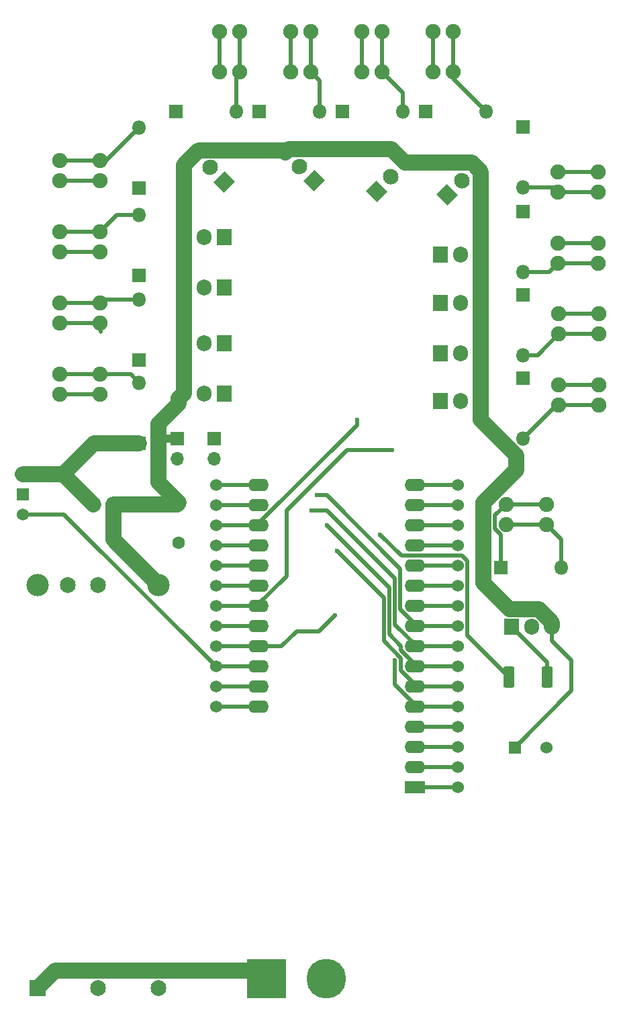
<source format=gtl>
%TF.GenerationSoftware,KiCad,Pcbnew,8.0.4*%
%TF.CreationDate,2025-02-09T16:53:56-05:00*%
%TF.ProjectId,Chassis,43686173-7369-4732-9e6b-696361645f70,rev?*%
%TF.SameCoordinates,Original*%
%TF.FileFunction,Copper,L1,Top*%
%TF.FilePolarity,Positive*%
%FSLAX46Y46*%
G04 Gerber Fmt 4.6, Leading zero omitted, Abs format (unit mm)*
G04 Created by KiCad (PCBNEW 8.0.4) date 2025-02-09 16:53:56*
%MOMM*%
%LPD*%
G01*
G04 APERTURE LIST*
G04 Aperture macros list*
%AMRoundRect*
0 Rectangle with rounded corners*
0 $1 Rounding radius*
0 $2 $3 $4 $5 $6 $7 $8 $9 X,Y pos of 4 corners*
0 Add a 4 corners polygon primitive as box body*
4,1,4,$2,$3,$4,$5,$6,$7,$8,$9,$2,$3,0*
0 Add four circle primitives for the rounded corners*
1,1,$1+$1,$2,$3*
1,1,$1+$1,$4,$5*
1,1,$1+$1,$6,$7*
1,1,$1+$1,$8,$9*
0 Add four rect primitives between the rounded corners*
20,1,$1+$1,$2,$3,$4,$5,0*
20,1,$1+$1,$4,$5,$6,$7,0*
20,1,$1+$1,$6,$7,$8,$9,0*
20,1,$1+$1,$8,$9,$2,$3,0*%
%AMHorizOval*
0 Thick line with rounded ends*
0 $1 width*
0 $2 $3 position (X,Y) of the first rounded end (center of the circle)*
0 $4 $5 position (X,Y) of the second rounded end (center of the circle)*
0 Add line between two ends*
20,1,$1,$2,$3,$4,$5,0*
0 Add two circle primitives to create the rounded ends*
1,1,$1,$2,$3*
1,1,$1,$4,$5*%
%AMRotRect*
0 Rectangle, with rotation*
0 The origin of the aperture is its center*
0 $1 length*
0 $2 width*
0 $3 Rotation angle, in degrees counterclockwise*
0 Add horizontal line*
21,1,$1,$2,0,0,$3*%
G04 Aperture macros list end*
%TA.AperFunction,ComponentPad*%
%ADD10C,1.600000*%
%TD*%
%TA.AperFunction,ComponentPad*%
%ADD11R,1.600000X1.600000*%
%TD*%
%TA.AperFunction,ComponentPad*%
%ADD12R,5.000000X5.000000*%
%TD*%
%TA.AperFunction,ComponentPad*%
%ADD13C,5.000000*%
%TD*%
%TA.AperFunction,ComponentPad*%
%ADD14R,1.800000X1.800000*%
%TD*%
%TA.AperFunction,ComponentPad*%
%ADD15O,1.800000X1.800000*%
%TD*%
%TA.AperFunction,ComponentPad*%
%ADD16C,1.900000*%
%TD*%
%TA.AperFunction,ComponentPad*%
%ADD17RoundRect,0.250000X1.050000X0.550000X-1.050000X0.550000X-1.050000X-0.550000X1.050000X-0.550000X0*%
%TD*%
%TA.AperFunction,ComponentPad*%
%ADD18O,2.600000X1.600000*%
%TD*%
%TA.AperFunction,ComponentPad*%
%ADD19O,1.600000X1.600000*%
%TD*%
%TA.AperFunction,ComponentPad*%
%ADD20R,1.995000X1.995000*%
%TD*%
%TA.AperFunction,ComponentPad*%
%ADD21C,1.995000*%
%TD*%
%TA.AperFunction,ComponentPad*%
%ADD22C,2.820000*%
%TD*%
%TA.AperFunction,SMDPad,CuDef*%
%ADD23RoundRect,0.249999X0.450001X1.075001X-0.450001X1.075001X-0.450001X-1.075001X0.450001X-1.075001X0*%
%TD*%
%TA.AperFunction,ComponentPad*%
%ADD24R,1.905000X2.000000*%
%TD*%
%TA.AperFunction,ComponentPad*%
%ADD25O,1.905000X2.000000*%
%TD*%
%TA.AperFunction,ComponentPad*%
%ADD26C,1.524000*%
%TD*%
%TA.AperFunction,ComponentPad*%
%ADD27R,1.700000X1.700000*%
%TD*%
%TA.AperFunction,ComponentPad*%
%ADD28O,1.700000X1.700000*%
%TD*%
%TA.AperFunction,ComponentPad*%
%ADD29R,1.524000X1.524000*%
%TD*%
%TA.AperFunction,ComponentPad*%
%ADD30RotRect,1.905000X2.000000X45.000000*%
%TD*%
%TA.AperFunction,ComponentPad*%
%ADD31HorizOval,1.905000X-0.033588X0.033588X0.033588X-0.033588X0*%
%TD*%
%TA.AperFunction,ComponentPad*%
%ADD32HorizOval,1.905000X0.033588X0.033588X-0.033588X-0.033588X0*%
%TD*%
%TA.AperFunction,ComponentPad*%
%ADD33RotRect,1.905000X2.000000X135.000000*%
%TD*%
%TA.AperFunction,ViaPad*%
%ADD34C,0.600000*%
%TD*%
%TA.AperFunction,Conductor*%
%ADD35C,0.500000*%
%TD*%
%TA.AperFunction,Conductor*%
%ADD36C,2.000000*%
%TD*%
%TA.AperFunction,Conductor*%
%ADD37C,1.000000*%
%TD*%
%ADD38C,0.300000*%
%ADD39C,0.350000*%
G04 APERTURE END LIST*
D10*
%TO.P,C1,1*%
%TO.N,pos*%
X88065000Y-94475000D03*
D11*
%TO.P,C1,2*%
%TO.N,gnd*%
X90565000Y-94475000D03*
%TD*%
D12*
%TO.P,BT1,1,+*%
%TO.N,Net-(BT1-+)*%
X109895000Y-154305000D03*
D13*
%TO.P,BT1,2,-*%
%TO.N,Net-(BT1--)*%
X117395000Y-154305000D03*
%TD*%
D14*
%TO.P,D12,1,K*%
%TO.N,pos*%
X142240000Y-57579000D03*
D15*
%TO.P,D12,2,A*%
%TO.N,Net-(D12-A)*%
X142240000Y-65199000D03*
%TD*%
D16*
%TO.P,J13,1,Pin_1*%
%TO.N,Net-(D12-A)*%
X146621000Y-64112000D03*
X151701000Y-64112000D03*
%TO.P,J13,2,Pin_2*%
%TO.N,pos*%
X146621000Y-61572000D03*
X151701000Y-61572000D03*
%TD*%
D14*
%TO.P,D10,1,K*%
%TO.N,pos*%
X93830000Y-76277000D03*
D15*
%TO.P,D10,2,A*%
%TO.N,Net-(D10-A)*%
X93830000Y-68657000D03*
%TD*%
D17*
%TO.P,A1,1,~{RESET}*%
%TO.N,Net-(A1-~{RESET})*%
X128605000Y-130175000D03*
D18*
%TO.P,A1,2,3V3*%
%TO.N,Net-(A1-3V3)*%
X128605000Y-127635000D03*
%TO.P,A1,3,AREF*%
%TO.N,Net-(A1-AREF)*%
X128605000Y-125095000D03*
%TO.P,A1,4,GND*%
%TO.N,gnd*%
X128605000Y-122555000D03*
%TO.P,A1,5,A0*%
%TO.N,Net-(A1-A0)*%
X128605000Y-120015000D03*
%TO.P,A1,6,A1*%
%TO.N,Net-(A1-A1)*%
X128605000Y-117475000D03*
%TO.P,A1,7,A2*%
%TO.N,Net-(A1-A2)*%
X128605000Y-114935000D03*
%TO.P,A1,8,A3*%
%TO.N,Net-(A1-A3)*%
X128605000Y-112395000D03*
%TO.P,A1,9,A4*%
%TO.N,Net-(A1-A4)*%
X128605000Y-109855000D03*
%TO.P,A1,10,A5*%
%TO.N,Net-(A1-A5)*%
X128605000Y-107315000D03*
%TO.P,A1,11,SCK*%
%TO.N,Net-(A1-SCK)*%
X128605000Y-104775000D03*
%TO.P,A1,12,MOSI*%
%TO.N,Net-(A1-MOSI)*%
X128605000Y-102235000D03*
%TO.P,A1,13,MISO*%
%TO.N,Net-(A1-MISO)*%
X128605000Y-99695000D03*
%TO.P,A1,14,RX*%
%TO.N,Net-(A1-RX)*%
X128605000Y-97155000D03*
%TO.P,A1,15,TX*%
%TO.N,Net-(A1-TX)*%
X128605000Y-94615000D03*
%TO.P,A1,16,SPARE*%
%TO.N,Net-(A1-SPARE)*%
X128605000Y-92075000D03*
%TO.P,A1,17,SDA*%
%TO.N,Net-(A1-SDA)*%
X108885000Y-92075000D03*
%TO.P,A1,18,SCL*%
%TO.N,Net-(A1-SCL)*%
X108885000Y-94615000D03*
%TO.P,A1,19,D0*%
%TO.N,Net-(A1-D0)*%
X108885000Y-97155000D03*
%TO.P,A1,20,D1*%
%TO.N,Net-(A1-D1)*%
X108885000Y-99695000D03*
%TO.P,A1,21,D2*%
%TO.N,Net-(A1-D2)*%
X108885000Y-102235000D03*
%TO.P,A1,22,D3*%
%TO.N,Net-(A1-D3)*%
X108885000Y-104775000D03*
%TO.P,A1,23,D4*%
%TO.N,Net-(A1-D4)*%
X108885000Y-107315000D03*
%TO.P,A1,24,D5*%
%TO.N,Net-(A1-D5)*%
X108885000Y-109855000D03*
%TO.P,A1,25,D6*%
%TO.N,Net-(A1-D6)*%
X108885000Y-112395000D03*
%TO.P,A1,26,USB*%
%TO.N,Net-(A1-USB)*%
X108885000Y-114935000D03*
%TO.P,A1,27,EN*%
%TO.N,Net-(A1-EN)*%
X108885000Y-117475000D03*
%TO.P,A1,28,VBAT*%
%TO.N,Net-(A1-VBAT)*%
X108885000Y-120015000D03*
%TD*%
D10*
%TO.P,R14,1*%
%TO.N,Net-(PS1-TRIM)*%
X98820000Y-99330000D03*
D19*
%TO.P,R14,2*%
%TO.N,gnd*%
X98820000Y-94250000D03*
%TD*%
D14*
%TO.P,D9,1,K*%
%TO.N,pos*%
X93830000Y-65657000D03*
D15*
%TO.P,D9,2,A*%
%TO.N,Net-(D9-A)*%
X93830000Y-58037000D03*
%TD*%
D20*
%TO.P,PS1,1,+VIN*%
%TO.N,Net-(BT1-+)*%
X81040000Y-155435000D03*
D21*
%TO.P,PS1,2,CTRL/UVLO*%
%TO.N,unconnected-(PS1-CTRL{slash}UVLO-Pad2)*%
X88660000Y-155435000D03*
%TO.P,PS1,3,-VIN*%
%TO.N,Net-(BT1--)*%
X96280000Y-155435000D03*
D22*
%TO.P,PS1,4,-VOUT*%
%TO.N,gnd*%
X96280000Y-104635000D03*
D21*
%TO.P,PS1,5,TRIM*%
%TO.N,Net-(PS1-TRIM)*%
X88660000Y-104635000D03*
%TO.P,PS1,6,+SENSE*%
%TO.N,pos*%
X84850000Y-104635000D03*
D22*
%TO.P,PS1,7,+VOUT*%
X81040000Y-104635000D03*
%TD*%
D14*
%TO.P,D4,1,K*%
%TO.N,pos*%
X108927000Y-44956000D03*
D15*
%TO.P,D4,2,A*%
%TO.N,Net-(D4-A)*%
X116547000Y-44956000D03*
%TD*%
D14*
%TO.P,D3,1,K*%
%TO.N,pos*%
X119427000Y-44956000D03*
D15*
%TO.P,D3,2,A*%
%TO.N,Net-(D3-A)*%
X127047000Y-44956000D03*
%TD*%
D16*
%TO.P,J3,1,Pin_1*%
%TO.N,Net-(D2-A)*%
X133434000Y-40005000D03*
X133434000Y-34925000D03*
%TO.P,J3,2,Pin_2*%
%TO.N,pos*%
X130894000Y-40005000D03*
X130894000Y-34925000D03*
%TD*%
D23*
%TO.P,R1,1*%
%TO.N,Net-(Q1-G)*%
X145230000Y-116290000D03*
%TO.P,R1,2*%
%TO.N,Net-(A1-D6)*%
X140430000Y-116290000D03*
%TD*%
D16*
%TO.P,J10,1,Pin_1*%
%TO.N,Net-(D9-A)*%
X88900000Y-60157000D03*
X83820000Y-60157000D03*
%TO.P,J10,2,Pin_2*%
%TO.N,pos*%
X88900000Y-62697000D03*
X83820000Y-62697000D03*
%TD*%
%TO.P,J5,1,Pin_1*%
%TO.N,Net-(D4-A)*%
X115486000Y-40005000D03*
X115486000Y-34925000D03*
%TO.P,J5,2,Pin_2*%
%TO.N,pos*%
X112946000Y-40005000D03*
X112946000Y-34925000D03*
%TD*%
D24*
%TO.P,Q7,1,G*%
%TO.N,Net-(Q7-G)*%
X131840000Y-75425000D03*
D25*
%TO.P,Q7,2,D*%
%TO.N,Net-(D7-A)*%
X134380000Y-75425000D03*
%TO.P,Q7,3,S*%
%TO.N,gnd*%
X136920000Y-75425000D03*
%TD*%
D24*
%TO.P,Q12,1,G*%
%TO.N,Net-(Q12-G)*%
X131840000Y-69075000D03*
D25*
%TO.P,Q12,2,D*%
%TO.N,Net-(D12-A)*%
X134380000Y-69075000D03*
%TO.P,Q12,3,S*%
%TO.N,gnd*%
X136920000Y-69075000D03*
%TD*%
D14*
%TO.P,D5,1,K*%
%TO.N,pos*%
X98427000Y-44956000D03*
D15*
%TO.P,D5,2,A*%
%TO.N,Net-(D5-A)*%
X106047000Y-44956000D03*
%TD*%
D16*
%TO.P,J9,1,Pin_1*%
%TO.N,Net-(D8-A)*%
X88900000Y-51183000D03*
X83820000Y-51183000D03*
%TO.P,J9,2,Pin_2*%
%TO.N,pos*%
X88900000Y-53723000D03*
X83820000Y-53723000D03*
%TD*%
D26*
%TO.P,J17,17,Pin_17*%
%TO.N,Net-(A1-SDA)*%
X103505000Y-92075000D03*
%TO.P,J17,18,Pin_18*%
%TO.N,Net-(A1-SCL)*%
X103505000Y-94615000D03*
%TO.P,J17,19,Pin_19*%
%TO.N,Net-(A1-D0)*%
X103505000Y-97155000D03*
%TO.P,J17,20,Pin_20*%
%TO.N,Net-(A1-D1)*%
X103505000Y-99695000D03*
%TO.P,J17,21,Pin_21*%
%TO.N,Net-(A1-D2)*%
X103505000Y-102235000D03*
%TO.P,J17,22,Pin_22*%
%TO.N,Net-(A1-D3)*%
X103505000Y-104775000D03*
%TO.P,J17,23,Pin_23*%
%TO.N,Net-(A1-D4)*%
X103505000Y-107315000D03*
%TO.P,J17,24,Pin_24*%
%TO.N,Net-(A1-D5)*%
X103505000Y-109855000D03*
%TO.P,J17,25,Pin_25*%
%TO.N,Net-(A1-D6)*%
X103505000Y-112395000D03*
%TO.P,J17,26,Pin_26*%
%TO.N,Net-(A1-USB)*%
X103505000Y-114935000D03*
%TO.P,J17,27,Pin_27*%
%TO.N,Net-(A1-EN)*%
X103505000Y-117475000D03*
%TO.P,J17,28,Pin_28*%
%TO.N,Net-(A1-VBAT)*%
X103505000Y-120015000D03*
%TD*%
D14*
%TO.P,D2,1,K*%
%TO.N,pos*%
X129927000Y-44956000D03*
D15*
%TO.P,D2,2,A*%
%TO.N,Net-(D2-A)*%
X137547000Y-44956000D03*
%TD*%
D27*
%TO.P,J18,1,Pin_1*%
%TO.N,gnd*%
X103265000Y-86220000D03*
D28*
%TO.P,J18,2,Pin_2*%
%TO.N,pos*%
X103265000Y-88760000D03*
%TD*%
D26*
%TO.P,J1,1,Pin_1*%
%TO.N,Net-(A1-USB)*%
X79135000Y-95745000D03*
D29*
%TO.P,J1,2,Pin_2*%
%TO.N,gnd*%
X79135000Y-93205000D03*
D26*
%TO.P,J1,3,Pin_3*%
%TO.N,pos*%
X79135000Y-90665000D03*
%TD*%
D30*
%TO.P,Q2,1,G*%
%TO.N,Net-(Q2-G)*%
X132692898Y-55522102D03*
D31*
%TO.P,Q2,2,D*%
%TO.N,Net-(D2-A)*%
X134488949Y-53726051D03*
%TO.P,Q2,3,S*%
%TO.N,gnd*%
X136285000Y-51930000D03*
%TD*%
D27*
%TO.P,J14,1,Pin_1*%
%TO.N,gnd*%
X98615000Y-86220000D03*
D28*
%TO.P,J14,2,Pin_2*%
%TO.N,pos*%
X98615000Y-88760000D03*
%TD*%
D26*
%TO.P,J16,1,Pin_1*%
%TO.N,Net-(A1-~{RESET})*%
X133985000Y-130175000D03*
%TO.P,J16,2,Pin_2*%
%TO.N,Net-(A1-3V3)*%
X133985000Y-127635000D03*
%TO.P,J16,3,Pin_3*%
%TO.N,Net-(A1-AREF)*%
X133985000Y-125095000D03*
%TO.P,J16,4,Pin_4*%
%TO.N,gnd*%
X133985000Y-122555000D03*
%TO.P,J16,5,Pin_5*%
%TO.N,Net-(A1-A0)*%
X133985000Y-120015000D03*
%TO.P,J16,6,Pin_6*%
%TO.N,Net-(A1-A1)*%
X133985000Y-117475000D03*
%TO.P,J16,7,Pin_7*%
%TO.N,Net-(A1-A2)*%
X133985000Y-114935000D03*
%TO.P,J16,8,Pin_8*%
%TO.N,Net-(A1-A3)*%
X133985000Y-112395000D03*
%TO.P,J16,9,Pin_9*%
%TO.N,Net-(A1-A4)*%
X133985000Y-109855000D03*
%TO.P,J16,10,Pin_10*%
%TO.N,Net-(A1-A5)*%
X133985000Y-107315000D03*
%TO.P,J16,11,Pin_11*%
%TO.N,Net-(A1-SCK)*%
X133985000Y-104775000D03*
%TO.P,J16,12,Pin_12*%
%TO.N,Net-(A1-MOSI)*%
X133985000Y-102235000D03*
%TO.P,J16,13,Pin_13*%
%TO.N,Net-(A1-MISO)*%
X133985000Y-99695000D03*
%TO.P,J16,14,Pin_14*%
%TO.N,Net-(A1-RX)*%
X133985000Y-97155000D03*
%TO.P,J16,15,Pin_15*%
%TO.N,Net-(A1-TX)*%
X133985000Y-94615000D03*
%TO.P,J16,16,Pin_16*%
%TO.N,Net-(A1-SPARE)*%
X133985000Y-92075000D03*
%TD*%
D14*
%TO.P,D7,1,K*%
%TO.N,pos*%
X142240000Y-68079000D03*
D15*
%TO.P,D7,2,A*%
%TO.N,Net-(D7-A)*%
X142240000Y-75699000D03*
%TD*%
D16*
%TO.P,J4,1,Pin_1*%
%TO.N,Net-(D3-A)*%
X124460000Y-40005000D03*
X124460000Y-34925000D03*
%TO.P,J4,2,Pin_2*%
%TO.N,pos*%
X121920000Y-40005000D03*
X121920000Y-34925000D03*
%TD*%
D14*
%TO.P,D11,1,K*%
%TO.N,pos*%
X93830000Y-86777000D03*
D15*
%TO.P,D11,2,A*%
%TO.N,Net-(D11-A)*%
X93830000Y-79157000D03*
%TD*%
D24*
%TO.P,Q11,1,G*%
%TO.N,Net-(Q11-G)*%
X104535000Y-80505000D03*
D25*
%TO.P,Q11,2,D*%
%TO.N,Net-(D11-A)*%
X101995000Y-80505000D03*
%TO.P,Q11,3,S*%
%TO.N,gnd*%
X99455000Y-80505000D03*
%TD*%
D16*
%TO.P,J8,1,Pin_1*%
%TO.N,Net-(D7-A)*%
X146740000Y-73025000D03*
X151820000Y-73025000D03*
%TO.P,J8,2,Pin_2*%
%TO.N,pos*%
X146740000Y-70485000D03*
X151820000Y-70485000D03*
%TD*%
%TO.P,J2,1,Pin_1*%
%TO.N,Net-(D1-A)*%
X140095000Y-97015000D03*
X145175000Y-97015000D03*
%TO.P,J2,2,Pin_2*%
%TO.N,pos*%
X140095000Y-94475000D03*
X145175000Y-94475000D03*
%TD*%
D14*
%TO.P,D1,1,K*%
%TO.N,pos*%
X139445000Y-102460000D03*
D15*
%TO.P,D1,2,A*%
%TO.N,Net-(D1-A)*%
X147065000Y-102460000D03*
%TD*%
D30*
%TO.P,Q3,1,G*%
%TO.N,Net-(Q3-G)*%
X123727165Y-55029267D03*
D31*
%TO.P,Q3,2,D*%
%TO.N,Net-(D3-A)*%
X125523216Y-53233216D03*
%TO.P,Q3,3,S*%
%TO.N,gnd*%
X127319267Y-51437165D03*
%TD*%
D26*
%TO.P,BZ1,1,+*%
%TO.N,Net-(A1-D5)*%
X145175000Y-125180000D03*
D29*
%TO.P,BZ1,2,-*%
%TO.N,gnd*%
X141175000Y-125180000D03*
%TD*%
D24*
%TO.P,Q8,1,G*%
%TO.N,Net-(Q8-G)*%
X104534999Y-60820000D03*
D25*
%TO.P,Q8,2,D*%
%TO.N,Net-(D8-A)*%
X101994999Y-60820000D03*
%TO.P,Q8,3,S*%
%TO.N,gnd*%
X99455000Y-60820000D03*
%TD*%
D16*
%TO.P,J6,1,Pin_1*%
%TO.N,Net-(D5-A)*%
X106512000Y-40005000D03*
X106512000Y-34925000D03*
%TO.P,J6,2,Pin_2*%
%TO.N,pos*%
X103972000Y-40005000D03*
X103972000Y-34925000D03*
%TD*%
D24*
%TO.P,Q9,1,G*%
%TO.N,Net-(Q9-G)*%
X104534999Y-67170000D03*
D25*
%TO.P,Q9,2,D*%
%TO.N,Net-(D9-A)*%
X101994999Y-67170000D03*
%TO.P,Q9,3,S*%
%TO.N,gnd*%
X99454999Y-67170000D03*
%TD*%
D24*
%TO.P,Q6,1,G*%
%TO.N,Net-(Q6-G)*%
X131840000Y-81450000D03*
D25*
%TO.P,Q6,2,D*%
%TO.N,Net-(D6-A)*%
X134380000Y-81450000D03*
%TO.P,Q6,3,S*%
%TO.N,gnd*%
X136920000Y-81450000D03*
%TD*%
D16*
%TO.P,J15,1,Pin_1*%
%TO.N,Net-(D13-A)*%
X146621000Y-55138000D03*
X151701000Y-55138000D03*
%TO.P,J15,2,Pin_2*%
%TO.N,pos*%
X146621000Y-52598000D03*
X151701000Y-52598000D03*
%TD*%
D14*
%TO.P,D6,1,K*%
%TO.N,pos*%
X142240000Y-78579000D03*
D15*
%TO.P,D6,2,A*%
%TO.N,Net-(D6-A)*%
X142240000Y-86199000D03*
%TD*%
D32*
%TO.P,Q5,3,S*%
%TO.N,gnd*%
X100942898Y-50242898D03*
%TO.P,Q5,2,D*%
%TO.N,Net-(D5-A)*%
X102738949Y-52038949D03*
D33*
%TO.P,Q5,1,G*%
%TO.N,Net-(Q5-G)*%
X104535000Y-53835000D03*
%TD*%
D24*
%TO.P,Q1,1,G*%
%TO.N,Net-(Q1-G)*%
X140785000Y-109940000D03*
D25*
%TO.P,Q1,2,D*%
%TO.N,Net-(D1-A)*%
X143325000Y-109940000D03*
%TO.P,Q1,3,S*%
%TO.N,gnd*%
X145865000Y-109940000D03*
%TD*%
D14*
%TO.P,D13,1,K*%
%TO.N,pos*%
X142240000Y-46889000D03*
D15*
%TO.P,D13,2,A*%
%TO.N,Net-(D13-A)*%
X142240000Y-54509000D03*
%TD*%
D24*
%TO.P,Q13,1,G*%
%TO.N,Net-(Q13-G)*%
X131840000Y-63035000D03*
D25*
%TO.P,Q13,2,D*%
%TO.N,Net-(D13-A)*%
X134380000Y-63035000D03*
%TO.P,Q13,3,S*%
%TO.N,gnd*%
X136920000Y-63035000D03*
%TD*%
D24*
%TO.P,Q10,1,G*%
%TO.N,Net-(Q10-G)*%
X104535000Y-74155000D03*
D25*
%TO.P,Q10,2,D*%
%TO.N,Net-(D10-A)*%
X101995000Y-74155000D03*
%TO.P,Q10,3,S*%
%TO.N,gnd*%
X99455000Y-74155000D03*
%TD*%
D16*
%TO.P,J7,1,Pin_1*%
%TO.N,Net-(D6-A)*%
X146740000Y-81999000D03*
X151820000Y-81999000D03*
%TO.P,J7,2,Pin_2*%
%TO.N,pos*%
X146740000Y-79459000D03*
X151820000Y-79459000D03*
%TD*%
D32*
%TO.P,Q4,3,S*%
%TO.N,gnd*%
X112263949Y-50133949D03*
%TO.P,Q4,2,D*%
%TO.N,Net-(D4-A)*%
X114060000Y-51930000D03*
D33*
%TO.P,Q4,1,G*%
%TO.N,Net-(Q4-G)*%
X115856051Y-53726051D03*
%TD*%
D16*
%TO.P,J12,1,Pin_1*%
%TO.N,Net-(D11-A)*%
X88900000Y-78105000D03*
X83820000Y-78105000D03*
%TO.P,J12,2,Pin_2*%
%TO.N,pos*%
X88900000Y-80645000D03*
X83820000Y-80645000D03*
%TD*%
D14*
%TO.P,D8,1,K*%
%TO.N,pos*%
X93830000Y-54657000D03*
D15*
%TO.P,D8,2,A*%
%TO.N,Net-(D8-A)*%
X93830000Y-47037000D03*
%TD*%
D16*
%TO.P,J11,1,Pin_1*%
%TO.N,Net-(D10-A)*%
X88900000Y-69131000D03*
X83820000Y-69131000D03*
%TO.P,J11,2,Pin_2*%
%TO.N,pos*%
X88900000Y-71671000D03*
X83820000Y-71671000D03*
%TD*%
D34*
%TO.N,Net-(A1-A4)*%
X116205000Y-93345000D03*
%TO.N,Net-(A1-D0)*%
X121285000Y-83820000D03*
%TO.N,Net-(A1-A3)*%
X115570000Y-95250000D03*
%TO.N,Net-(A1-D4)*%
X125730000Y-87630000D03*
%TO.N,Net-(A1-D6)*%
X118505000Y-108445000D03*
X124220000Y-98285000D03*
%TO.N,Net-(A1-A1)*%
X118745000Y-100330000D03*
%TO.N,Net-(A1-A2)*%
X117475000Y-97155000D03*
%TO.N,Net-(A1-A0)*%
X126055811Y-114164189D03*
%TD*%
D35*
%TO.N,Net-(A1-D6)*%
X111760000Y-112395000D02*
X108585000Y-112395000D01*
X116460000Y-110490000D02*
X113665000Y-110490000D01*
X118505000Y-108445000D02*
X116460000Y-110490000D01*
D36*
%TO.N,Net-(BT1-+)*%
X83237500Y-153237500D02*
X81040000Y-155435000D01*
X108827500Y-153237500D02*
X83237500Y-153237500D01*
X109895000Y-154305000D02*
X108827500Y-153237500D01*
D35*
%TO.N,Net-(A1-A4)*%
X133985000Y-109855000D02*
X128905000Y-109855000D01*
X126760000Y-107737767D02*
X128877233Y-109855000D01*
X117475000Y-93345000D02*
X126760000Y-102630000D01*
X126760000Y-102630000D02*
X126760000Y-107737767D01*
X116205000Y-93345000D02*
X117475000Y-93345000D01*
%TO.N,Net-(A1-USB)*%
X108585000Y-114935000D02*
X103505000Y-114935000D01*
X79135000Y-95745000D02*
X84315000Y-95745000D01*
X84315000Y-95745000D02*
X103505000Y-114935000D01*
%TO.N,Net-(A1-SPARE)*%
X133985000Y-92075000D02*
X128905000Y-92075000D01*
%TO.N,Net-(A1-D0)*%
X108585000Y-97155000D02*
X103505000Y-97155000D01*
X120931384Y-84836384D02*
X108612767Y-97155000D01*
X121285000Y-83820000D02*
X121285000Y-84482767D01*
%TO.N,Net-(A1-D1)*%
X108585000Y-99695000D02*
X103505000Y-99695000D01*
%TO.N,Net-(A1-A3)*%
X115570000Y-95250000D02*
X117475000Y-95250000D01*
X133985000Y-112395000D02*
X128905000Y-112395000D01*
X126060000Y-109650000D02*
X128805000Y-112395000D01*
X126060000Y-103835000D02*
X126060000Y-109650000D01*
X117475000Y-95250000D02*
X126060000Y-103835000D01*
%TO.N,Net-(A1-A5)*%
X133985000Y-107315000D02*
X128905000Y-107315000D01*
D36*
%TO.N,gnd*%
X99455000Y-74155000D02*
X99455000Y-67170001D01*
X90565000Y-94475000D02*
X90565000Y-98920000D01*
D37*
X96280000Y-86220000D02*
X98615000Y-86220000D01*
D36*
X136920000Y-52565000D02*
X136920000Y-63035000D01*
X99455000Y-60820000D02*
X99455000Y-51730796D01*
X127319267Y-51437165D02*
X135792165Y-51437165D01*
X99454999Y-67170000D02*
X99454999Y-60820001D01*
D35*
X148350000Y-118005000D02*
X148350000Y-114160000D01*
D36*
X101332935Y-49852861D02*
X111982861Y-49852861D01*
X136920000Y-63035000D02*
X136920000Y-69075000D01*
X144216595Y-107740000D02*
X145865000Y-109388405D01*
X136920000Y-70980000D02*
X136920000Y-75425000D01*
X136920000Y-81450000D02*
X136920000Y-83848849D01*
X90565000Y-98920000D02*
X96280000Y-104635000D01*
D35*
X141175000Y-125180000D02*
X148350000Y-118005000D01*
D36*
X112653986Y-49743912D02*
X125626014Y-49743912D01*
X136920000Y-81450000D02*
X136920000Y-75425000D01*
X141365000Y-90164440D02*
X137245000Y-94284440D01*
X90565000Y-94475000D02*
X98595000Y-94475000D01*
D35*
X133985000Y-122555000D02*
X128905000Y-122555000D01*
D36*
X98820000Y-81140000D02*
X99455000Y-80505000D01*
X112263949Y-50133949D02*
X112653986Y-49743912D01*
X96280000Y-84315000D02*
X98820000Y-81775000D01*
X96280000Y-91710000D02*
X98820000Y-94250000D01*
X136285000Y-51930000D02*
X136920000Y-52565000D01*
X99455000Y-80505000D02*
X99455000Y-74155000D01*
X96280000Y-86220000D02*
X96280000Y-91710000D01*
D35*
X145865000Y-111675000D02*
X145865000Y-109940000D01*
D36*
X99455000Y-51730796D02*
X100942898Y-50242898D01*
X136920000Y-83848849D02*
X141365000Y-88293849D01*
X140525000Y-107740000D02*
X144216595Y-107740000D01*
X137245000Y-104460000D02*
X140525000Y-107740000D01*
D35*
X148350000Y-114160000D02*
X145865000Y-111675000D01*
D36*
X125626014Y-49743912D02*
X127319267Y-51437165D01*
X137245000Y-94284440D02*
X137245000Y-104460000D01*
D35*
%TO.N,Net-(A1-D4)*%
X108585000Y-107315000D02*
X103505000Y-107315000D01*
X112395000Y-95250000D02*
X112395000Y-103532767D01*
X125730000Y-87630000D02*
X120015000Y-87630000D01*
X112395000Y-103532767D02*
X108612767Y-107315000D01*
X120015000Y-87630000D02*
X112395000Y-95250000D01*
%TO.N,Net-(A1-D2)*%
X108585000Y-102235000D02*
X103505000Y-102235000D01*
%TO.N,Net-(A1-D3)*%
X108585000Y-104775000D02*
X103505000Y-104775000D01*
%TO.N,Net-(A1-D6)*%
X135197000Y-111057000D02*
X135197000Y-101642000D01*
X140430000Y-116290000D02*
X135197000Y-111057000D01*
X108585000Y-112395000D02*
X103505000Y-112395000D01*
X134500000Y-100945000D02*
X126880000Y-100945000D01*
X126880000Y-100945000D02*
X124220000Y-98285000D01*
%TO.N,Net-(A1-D5)*%
X108585000Y-109855000D02*
X103505000Y-109855000D01*
%TO.N,Net-(A1-A1)*%
X133985000Y-117475000D02*
X128905000Y-117475000D01*
X118745000Y-100330000D02*
X124660000Y-106245000D01*
X124660000Y-111707717D02*
X126855000Y-113902717D01*
X126855000Y-115452767D02*
X128877233Y-117475000D01*
X124660000Y-106245000D02*
X124660000Y-111707717D01*
%TO.N,Net-(A1-A2)*%
X125360000Y-110855000D02*
X126855000Y-112350000D01*
X125360000Y-105040000D02*
X125360000Y-110855000D01*
X117475000Y-97155000D02*
X125360000Y-105040000D01*
X126855000Y-112912767D02*
X128877233Y-114935000D01*
X133985000Y-114935000D02*
X128905000Y-114935000D01*
%TO.N,Net-(A1-A0)*%
X133985000Y-120015000D02*
X128905000Y-120015000D01*
X126055811Y-117193578D02*
X128877233Y-120015000D01*
X126055811Y-114164189D02*
X126055811Y-117193578D01*
%TO.N,Net-(D1-A)*%
X140095000Y-97015000D02*
X145175000Y-97015000D01*
X147065000Y-102460000D02*
X147065000Y-98905000D01*
%TO.N,pos*%
X146740000Y-79459000D02*
X151820000Y-79459000D01*
D36*
X88065000Y-94475000D02*
X84255000Y-90665000D01*
D35*
X139445000Y-102460000D02*
X139460000Y-102445000D01*
D36*
X84255000Y-90665000D02*
X88143000Y-86777000D01*
D35*
X83820000Y-53723000D02*
X88900000Y-53723000D01*
X83820000Y-80645000D02*
X88900000Y-80645000D01*
X140095000Y-94475000D02*
X145175000Y-94475000D01*
X83820000Y-62697000D02*
X88900000Y-62697000D01*
X146740000Y-70485000D02*
X151820000Y-70485000D01*
X83820000Y-71671000D02*
X88900000Y-71671000D01*
X112946000Y-34925000D02*
X112946000Y-40005000D01*
X121920000Y-34925000D02*
X121920000Y-40005000D01*
D36*
X84255000Y-90665000D02*
X79135000Y-90665000D01*
D35*
X88902562Y-72152527D02*
X88944482Y-72738590D01*
X130894000Y-34925000D02*
X130894000Y-40005000D01*
D36*
X88143000Y-86777000D02*
X93830000Y-86777000D01*
D35*
X139460000Y-102445000D02*
X139460000Y-98359899D01*
X146621000Y-52598000D02*
X151701000Y-52598000D01*
X138695000Y-97594899D02*
X138695000Y-95875000D01*
X146621000Y-61572000D02*
X151701000Y-61572000D01*
X88900000Y-71858746D02*
X88902562Y-72152527D01*
X138695000Y-95875000D02*
X140095000Y-94475000D01*
X103972000Y-34925000D02*
X103972000Y-40005000D01*
%TO.N,Net-(D2-A)*%
X137547000Y-44956000D02*
X133434000Y-40843000D01*
X133434000Y-34925000D02*
X133434000Y-40005000D01*
%TO.N,Net-(D3-A)*%
X127047000Y-44956000D02*
X127047000Y-42592000D01*
X127047000Y-42592000D02*
X124460000Y-40005000D01*
X124460000Y-40005000D02*
X124460000Y-40640000D01*
X124460000Y-34925000D02*
X124460000Y-40005000D01*
%TO.N,Net-(D4-A)*%
X116547000Y-44956000D02*
X116547000Y-41066000D01*
X115486000Y-34925000D02*
X115486000Y-40005000D01*
X116547000Y-41066000D02*
X115486000Y-40005000D01*
%TO.N,Net-(D5-A)*%
X106512000Y-34925000D02*
X106512000Y-40005000D01*
X106047000Y-44956000D02*
X106047000Y-40470000D01*
%TO.N,Net-(D6-A)*%
X142240000Y-86199000D02*
X146440000Y-81999000D01*
X146740000Y-81999000D02*
X151820000Y-81999000D01*
%TO.N,Net-(D7-A)*%
X144066000Y-75699000D02*
X146740000Y-73025000D01*
X146740000Y-73025000D02*
X151820000Y-73025000D01*
X142240000Y-75699000D02*
X144066000Y-75699000D01*
%TO.N,Net-(D8-A)*%
X93830000Y-47037000D02*
X89684000Y-51183000D01*
X88900000Y-51183000D02*
X83820000Y-51183000D01*
%TO.N,Net-(D9-A)*%
X93696970Y-58170030D02*
X93830000Y-58037000D01*
X83820000Y-60157000D02*
X88900000Y-60157000D01*
X93830000Y-58037000D02*
X91020000Y-58037000D01*
X91020000Y-58037000D02*
X88900000Y-60157000D01*
%TO.N,Net-(D10-A)*%
X93830000Y-68657000D02*
X89374000Y-68657000D01*
X83820000Y-69131000D02*
X88900000Y-69131000D01*
%TO.N,Net-(D11-A)*%
X83820000Y-78105000D02*
X88900000Y-78105000D01*
X88900000Y-78105000D02*
X92778000Y-78105000D01*
X92778000Y-78105000D02*
X93830000Y-79157000D01*
%TO.N,Net-(D12-A)*%
X145534000Y-65199000D02*
X146621000Y-64112000D01*
X146621000Y-64112000D02*
X151701000Y-64112000D01*
X142240000Y-65199000D02*
X145534000Y-65199000D01*
%TO.N,Net-(D13-A)*%
X142240000Y-54509000D02*
X145992000Y-54509000D01*
X146621000Y-55138000D02*
X151701000Y-55138000D01*
%TO.N,Net-(Q1-G)*%
X145230000Y-114385000D02*
X140785000Y-109940000D01*
X145230000Y-116290000D02*
X145230000Y-114385000D01*
%TO.N,Net-(A1-~{RESET})*%
X133985000Y-130175000D02*
X128905000Y-130175000D01*
%TO.N,Net-(A1-3V3)*%
X133985000Y-127635000D02*
X128905000Y-127635000D01*
%TO.N,Net-(A1-AREF)*%
X133985000Y-125095000D02*
X128905000Y-125095000D01*
%TO.N,Net-(A1-SCL)*%
X108585000Y-94615000D02*
X103505000Y-94615000D01*
%TO.N,Net-(A1-TX)*%
X133985000Y-94615000D02*
X128905000Y-94615000D01*
%TO.N,Net-(A1-RX)*%
X133985000Y-97155000D02*
X128905000Y-97155000D01*
%TO.N,Net-(A1-VBAT)*%
X108585000Y-120015000D02*
X103505000Y-120015000D01*
%TO.N,Net-(A1-MISO)*%
X133985000Y-99695000D02*
X128905000Y-99695000D01*
%TO.N,Net-(A1-MOSI)*%
X133985000Y-102235000D02*
X128905000Y-102235000D01*
%TO.N,Net-(A1-SCK)*%
X133985000Y-104775000D02*
X128905000Y-104775000D01*
%TO.N,Net-(A1-SDA)*%
X108585000Y-92075000D02*
X103505000Y-92075000D01*
%TO.N,Net-(A1-EN)*%
X108585000Y-117475000D02*
X103505000Y-117475000D01*
%TO.N,Net-(D1-A)*%
X147065000Y-98905000D02*
X145175000Y-97015000D01*
%TO.N,Net-(A1-D6)*%
X113665000Y-110490000D02*
X111760000Y-112395000D01*
%TO.N,Net-(D13-A)*%
X145992000Y-54509000D02*
X146621000Y-55138000D01*
%TO.N,Net-(D10-A)*%
X89374000Y-68657000D02*
X88900000Y-69131000D01*
%TO.N,Net-(D8-A)*%
X89684000Y-51183000D02*
X88900000Y-51183000D01*
%TO.N,Net-(D6-A)*%
X146440000Y-81999000D02*
X146740000Y-81999000D01*
%TO.N,Net-(D5-A)*%
X106047000Y-40470000D02*
X106512000Y-40005000D01*
%TO.N,Net-(D2-A)*%
X133434000Y-40843000D02*
X133434000Y-40005000D01*
%TO.N,pos*%
X139460000Y-98359899D02*
X138695000Y-97594899D01*
X88900000Y-71671000D02*
X88900000Y-71858746D01*
%TO.N,Net-(A1-A0)*%
X128877233Y-120015000D02*
X128905000Y-120015000D01*
%TO.N,Net-(A1-A2)*%
X126855000Y-112350000D02*
X126855000Y-112912767D01*
X128877233Y-114935000D02*
X128905000Y-114935000D01*
%TO.N,Net-(A1-A1)*%
X126855000Y-113902717D02*
X126855000Y-115452767D01*
X128877233Y-117475000D02*
X128905000Y-117475000D01*
%TO.N,Net-(A1-D6)*%
X135197000Y-101642000D02*
X134500000Y-100945000D01*
%TO.N,Net-(A1-D4)*%
X108612767Y-107315000D02*
X108585000Y-107315000D01*
D36*
%TO.N,gnd*%
X96280000Y-84315000D02*
X96280000Y-86220000D01*
X145865000Y-109388405D02*
X145865000Y-109940000D01*
X141365000Y-88293849D02*
X141365000Y-90164440D01*
X98820000Y-81775000D02*
X98820000Y-81140000D01*
X99454999Y-60820001D02*
X99455000Y-60820000D01*
X136920000Y-69075000D02*
X136920000Y-70980000D01*
X99455000Y-67170001D02*
X99454999Y-67170000D01*
X111982861Y-49852861D02*
X112263949Y-50133949D01*
X98595000Y-94475000D02*
X98820000Y-94250000D01*
X100942898Y-50242898D02*
X101332935Y-49852861D01*
X135792165Y-51437165D02*
X136285000Y-51930000D01*
D35*
%TO.N,Net-(A1-A3)*%
X128805000Y-112395000D02*
X128905000Y-112395000D01*
%TO.N,Net-(A1-D0)*%
X108612767Y-97155000D02*
X108585000Y-97155000D01*
X121285000Y-84482767D02*
X120931384Y-84836384D01*
%TO.N,Net-(A1-A4)*%
X128877233Y-109855000D02*
X128905000Y-109855000D01*
%TD*%
D38*
X116205000Y-93345000D03*
X121285000Y-83820000D03*
X115570000Y-95250000D03*
X125730000Y-87630000D03*
X118505000Y-108445000D03*
X124220000Y-98285000D03*
X118745000Y-100330000D03*
X117475000Y-97155000D03*
X126055811Y-114164189D03*
D39*
X88065000Y-94475000D03*
X90565000Y-94475000D03*
X109895000Y-154305000D03*
X117395000Y-154305000D03*
X142240000Y-57579000D03*
X142240000Y-65199000D03*
X146621000Y-64112000D03*
X151701000Y-64112000D03*
X146621000Y-61572000D03*
X151701000Y-61572000D03*
X93830000Y-76277000D03*
X93830000Y-68657000D03*
X128905000Y-130175000D03*
X128905000Y-127635000D03*
X128905000Y-125095000D03*
X128905000Y-122555000D03*
X128905000Y-120015000D03*
X128905000Y-117475000D03*
X128905000Y-114935000D03*
X128905000Y-112395000D03*
X128905000Y-109855000D03*
X128905000Y-107315000D03*
X128905000Y-104775000D03*
X128905000Y-102235000D03*
X128905000Y-99695000D03*
X128905000Y-97155000D03*
X128905000Y-94615000D03*
X128905000Y-92075000D03*
X108585000Y-92075000D03*
X108585000Y-94615000D03*
X108585000Y-97155000D03*
X108585000Y-99695000D03*
X108585000Y-102235000D03*
X108585000Y-104775000D03*
X108585000Y-107315000D03*
X108585000Y-109855000D03*
X108585000Y-112395000D03*
X108585000Y-114935000D03*
X108585000Y-117475000D03*
X108585000Y-120015000D03*
X98820000Y-99330000D03*
X98820000Y-94250000D03*
X93830000Y-65657000D03*
X93830000Y-58037000D03*
X81040000Y-155435000D03*
X88660000Y-155435000D03*
X96280000Y-155435000D03*
X96280000Y-104635000D03*
X88660000Y-104635000D03*
X84850000Y-104635000D03*
X81040000Y-104635000D03*
X108927000Y-44956000D03*
X116547000Y-44956000D03*
X119427000Y-44956000D03*
X127047000Y-44956000D03*
X133434000Y-40005000D03*
X133434000Y-34925000D03*
X130894000Y-40005000D03*
X130894000Y-34925000D03*
X88900000Y-60157000D03*
X83820000Y-60157000D03*
X88900000Y-62697000D03*
X83820000Y-62697000D03*
X115486000Y-40005000D03*
X115486000Y-34925000D03*
X112946000Y-40005000D03*
X112946000Y-34925000D03*
X131840000Y-75425000D03*
X134380000Y-75425000D03*
X136920000Y-75425000D03*
X131840000Y-69075000D03*
X134380000Y-69075000D03*
X136920000Y-69075000D03*
X98427000Y-44956000D03*
X106047000Y-44956000D03*
X88900000Y-51183000D03*
X83820000Y-51183000D03*
X88900000Y-53723000D03*
X83820000Y-53723000D03*
X103505000Y-92075000D03*
X103505000Y-94615000D03*
X103505000Y-97155000D03*
X103505000Y-99695000D03*
X103505000Y-102235000D03*
X103505000Y-104775000D03*
X103505000Y-107315000D03*
X103505000Y-109855000D03*
X103505000Y-112395000D03*
X103505000Y-114935000D03*
X103505000Y-117475000D03*
X103505000Y-120015000D03*
X129927000Y-44956000D03*
X137547000Y-44956000D03*
X103265000Y-86220000D03*
X103265000Y-88760000D03*
X79135000Y-95745000D03*
X79135000Y-93205000D03*
X79135000Y-90665000D03*
X132692898Y-55522102D03*
X134488949Y-53726051D03*
X136285000Y-51930000D03*
X98615000Y-86220000D03*
X98615000Y-88760000D03*
X133985000Y-130175000D03*
X133985000Y-127635000D03*
X133985000Y-125095000D03*
X133985000Y-122555000D03*
X133985000Y-120015000D03*
X133985000Y-117475000D03*
X133985000Y-114935000D03*
X133985000Y-112395000D03*
X133985000Y-109855000D03*
X133985000Y-107315000D03*
X133985000Y-104775000D03*
X133985000Y-102235000D03*
X133985000Y-99695000D03*
X133985000Y-97155000D03*
X133985000Y-94615000D03*
X133985000Y-92075000D03*
X142240000Y-68079000D03*
X142240000Y-75699000D03*
X124460000Y-40005000D03*
X124460000Y-34925000D03*
X121920000Y-40005000D03*
X121920000Y-34925000D03*
X93830000Y-86777000D03*
X93830000Y-79157000D03*
X104535000Y-80505000D03*
X101995000Y-80505000D03*
X99455000Y-80505000D03*
X146740000Y-73025000D03*
X151820000Y-73025000D03*
X146740000Y-70485000D03*
X151820000Y-70485000D03*
X140095000Y-97015000D03*
X145175000Y-97015000D03*
X140095000Y-94475000D03*
X145175000Y-94475000D03*
X139445000Y-102460000D03*
X147065000Y-102460000D03*
X123727165Y-55029267D03*
X125523216Y-53233216D03*
X127319267Y-51437165D03*
X145175000Y-125180000D03*
X141175000Y-125180000D03*
X104534999Y-60820000D03*
X101994999Y-60820000D03*
X99455000Y-60820000D03*
X106512000Y-40005000D03*
X106512000Y-34925000D03*
X103972000Y-40005000D03*
X103972000Y-34925000D03*
X104534999Y-67170000D03*
X101994999Y-67170000D03*
X99454999Y-67170000D03*
X131840000Y-81450000D03*
X134380000Y-81450000D03*
X136920000Y-81450000D03*
X146621000Y-55138000D03*
X151701000Y-55138000D03*
X146621000Y-52598000D03*
X151701000Y-52598000D03*
X142240000Y-78579000D03*
X142240000Y-86199000D03*
X100942898Y-50242898D03*
X102738949Y-52038949D03*
X104535000Y-53835000D03*
X140785000Y-109940000D03*
X143325000Y-109940000D03*
X145865000Y-109940000D03*
X142240000Y-46889000D03*
X142240000Y-54509000D03*
X131840000Y-63035000D03*
X134380000Y-63035000D03*
X136920000Y-63035000D03*
X104535000Y-74155000D03*
X101995000Y-74155000D03*
X99455000Y-74155000D03*
X146740000Y-81999000D03*
X151820000Y-81999000D03*
X146740000Y-79459000D03*
X151820000Y-79459000D03*
X112263949Y-50133949D03*
X114060000Y-51930000D03*
X115856051Y-53726051D03*
X88900000Y-78105000D03*
X83820000Y-78105000D03*
X88900000Y-80645000D03*
X83820000Y-80645000D03*
X93830000Y-54657000D03*
X93830000Y-47037000D03*
X88900000Y-69131000D03*
X83820000Y-69131000D03*
X88900000Y-71671000D03*
X83820000Y-71671000D03*
M02*

</source>
